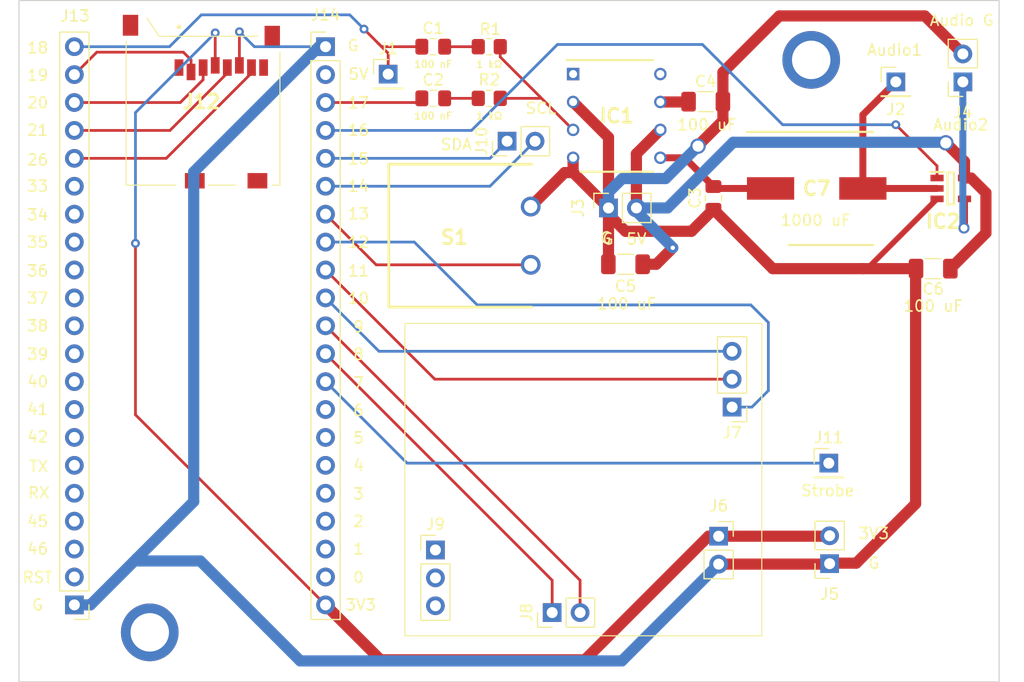
<source format=kicad_pcb>
(kicad_pcb (version 20211014) (generator pcbnew)
  (layers (0 "F.Cu" signal) (31 "B.Cu" signal) (34 "B.Paste" user) (35 "F.Paste" user) (36 "B.SilkS" user "B.Silkscreen") (37 "F.SilkS" user "F.Silkscreen") (38 "B.Mask" user) (39 "F.Mask" user) (44 "Edge.Cuts" user))
  (net 0 "")
  (net 1 "Net-(C1-Pad2)")
  (net 2 "Net-(C2-Pad2)")
  (net 3 "GND")
  (net 4 "Net-(C3-Pad2)")
  (net 5 "Net-(C4-Pad1)")
  (net 6 "/5V_DC")
  (net 7 "Net-(C7-Pad2)")
  (net 9 "Net-(IC1-Pad3)")
  (net 11 "/Speaker_switch_dsig")
  (net 12 "Net-(J4-Pad1)")
  (net 13 "/3.3V_DC")
  (net 14 "/SPI_COPI")
  (net 15 "/SPI_CLK")
  (net 16 "/PDET")
  (net 17 "/TDET")
  (net 18 "/SPI_CS")
  (net 19 "/DIV_O")
  (net 20 "/IFQ")
  (net 21 "/IFI")
  (net 22 "/I2C_SDA")
  (net 23 "/I2C_SCL")
  (net 24 "/STROBE_OUT")
  (net 30 "Net-(J14-Pad13)")
  (net 49 "/Microcontroller_audio_asig_R")
  (net 56 "/SD_CS")
  (net 57 "/SD_COPI")
  (net 58 "/SD_CLK")
  (net 59 "/SD_CIPO")
  (net 60 "/Microcontroller_audio_asig_L")
  (footprint "SamacSys_Parts:GPTS203211B" (layer "F.Cu") (at 105.854 71.4)
    (fp_text reference "S1" (at -7.033 0.148) (layer "F.SilkS") (effects (font (size 1.27 1.27) (thickness 0.254))))
    (fp_text value "GPTS203211B" hide)
    (fp_line (start -13 6.5) (end 0 6.5) (layer "F.SilkS") (width 0.254))
    (fp_line (start 0 -6.5) (end -13 -6.5) (layer "F.SilkS") (width 0.254))
    (fp_line (start -13 -6.5) (end -13 6.5) (layer "F.SilkS") (width 0.254))
    (pad "1" thru_hole circle locked (at -0.081 2.65) (size 1.8 1.8) (drill 1.2) (layers *.Cu *.Mask) (net 30 "Net-(J14-Pad13)"))
    (pad "2" thru_hole circle locked (at -0.081 -2.65) (size 1.8 1.8) (drill 1.2) (layers *.Cu *.Mask) (net 3 "GND"))
  )
  (footprint "Connector_PinHeader_2.54mm:PinHeader_1x21_P2.54mm_Vertical" (layer "F.Cu") (at 64.24 105 180)
    (fp_text reference "J13" (at -0.06 53.6) (layer "F.SilkS"))
    (fp_text value "Conn_01x21_Male")
    (fp_line (start -1.33 -1.33) (end 0 -1.33) (layer "F.SilkS") (width 0.12))
    (fp_line (start -1.33 0) (end -1.33 -1.33) (layer "F.SilkS") (width 0.12))
    (fp_line (start -1.33 52.13) (end 1.33 52.13) (layer "F.SilkS") (width 0.12))
    (fp_line (start 1.33 1.27) (end 1.33 52.13) (layer "F.SilkS") (width 0.12))
    (fp_line (start -1.33 1.27) (end 1.33 1.27) (layer "F.SilkS") (width 0.12))
    (fp_line (start -1.33 1.27) (end -1.33 52.13) (layer "F.SilkS") (width 0.12))
    (pad "18" thru_hole oval (at 0 50.8 180) (size 1.7 1.7) (drill 1) (layers *.Cu *.Mask) (net 49 "/Microcontroller_audio_asig_R"))
    (pad "19" thru_hole oval (at 0 48.26 180) (size 1.7 1.7) (drill 1) (layers *.Cu *.Mask) (net 56 "/SD_CS"))
    (pad "20" thru_hole oval (at 0 45.72 180) (size 1.7 1.7) (drill 1) (layers *.Cu *.Mask) (net 57 "/SD_COPI"))
    (pad "21" thru_hole oval (at 0 43.18 180) (size 1.7 1.7) (drill 1) (layers *.Cu *.Mask) (net 58 "/SD_CLK"))
    (pad "26" thru_hole oval (at 0 40.64 180) (size 1.7 1.7) (drill 1) (layers *.Cu *.Mask) (net 59 "/SD_CIPO"))
    (pad "33" thru_hole oval (at 0 38.1 180) (size 1.7 1.7) (drill 1) (layers *.Cu *.Mask))
    (pad "34" thru_hole oval (at 0 35.56 180) (size 1.7 1.7) (drill 1) (layers *.Cu *.Mask))
    (pad "35" thru_hole oval (at 0 33.02 180) (size 1.7 1.7) (drill 1) (layers *.Cu *.Mask))
    (pad "36" thru_hole oval (at 0 30.48 180) (size 1.7 1.7) (drill 1) (layers *.Cu *.Mask))
    (pad "37" thru_hole oval (at 0 27.94 180) (size 1.7 1.7) (drill 1) (layers *.Cu *.Mask))
    (pad "38" thru_hole oval (at 0 25.4 180) (size 1.7 1.7) (drill 1) (layers *.Cu *.Mask))
    (pad "39" thru_hole oval (at 0 22.86 180) (size 1.7 1.7) (drill 1) (layers *.Cu *.Mask))
    (pad "40" thru_hole oval (at 0 20.32 180) (size 1.7 1.7) (drill 1) (layers *.Cu *.Mask))
    (pad "41" thru_hole oval (at 0 17.78 180) (size 1.7 1.7) (drill 1) (layers *.Cu *.Mask))
    (pad "42" thru_hole oval (at 0 15.24 180) (size 1.7 1.7) (drill 1) (layers *.Cu *.Mask))
    (pad "45" thru_hole oval (at 0 7.62 180) (size 1.7 1.7) (drill 1) (layers *.Cu *.Mask))
    (pad "46" thru_hole oval (at 0 5.08 180) (size 1.7 1.7) (drill 1) (layers *.Cu *.Mask))
    (pad "G" thru_hole rect (at 0 0 180) (size 1.7 1.7) (drill 1) (layers *.Cu *.Mask) (net 3 "GND"))
    (pad "RST" thru_hole oval (at 0 2.54 180) (size 1.7 1.7) (drill 1) (layers *.Cu *.Mask))
    (pad "RX" thru_hole oval (at 0 10.16 180) (size 1.7 1.7) (drill 1) (layers *.Cu *.Mask))
    (pad "TX" thru_hole oval (at 0 12.7 270) (size 1.7 1.7) (drill 1) (layers *.Cu *.Mask))
  )
  (footprint "Connector_PinSocket_2.54mm:PinSocket_1x02_P2.54mm_Vertical" (layer "F.Cu") (at 122.875 98.75)
    (fp_text reference "J6" (at 0 -2.77) (layer "F.SilkS"))
    (fp_text value "3.3Vout")
    (fp_line (start -1.33 1.27) (end -1.33 3.87) (layer "F.SilkS") (width 0.12))
    (fp_line (start -1.33 1.27) (end 1.33 1.27) (layer "F.SilkS") (width 0.12))
    (fp_line (start 1.33 -1.33) (end 1.33 0) (layer "F.SilkS") (width 0.12))
    (fp_line (start 1.33 1.27) (end 1.33 3.87) (layer "F.SilkS") (width 0.12))
    (fp_line (start -1.33 3.87) (end 1.33 3.87) (layer "F.SilkS") (width 0.12))
    (fp_line (start 0 -1.33) (end 1.33 -1.33) (layer "F.SilkS") (width 0.12))
    (pad "1" thru_hole rect (at 0 0) (size 1.7 1.7) (drill 1) (layers *.Cu *.Mask) (net 13 "/3.3V_DC"))
    (pad "2" thru_hole oval (at 0 2.54) (size 1.7 1.7) (drill 1) (layers *.Cu *.Mask) (net 3 "GND"))
  )
  (footprint "SamacSys_Parts:290805WBMG" (layer "F.Cu") (at 75.8 59.2)
    (fp_text reference "J12" (at 0 0) (layer "F.SilkS") (effects (font (size 1.27 1.27) (thickness 0.254))))
    (fp_text value "2908-05WB-MG" hide)
    (fp_line (start -3.85 -5.95) (end 5.15 -5.95) (layer "F.SilkS") (width 0.1))
    (fp_line (start 7.15 7.6) (end 6.45 7.6) (layer "F.SilkS") (width 0.1))
    (fp_line (start -4.95 -7.6) (end -3.85 -5.95) (layer "F.SilkS") (width 0.1))
    (fp_line (start -2.04 -6.7) (end -2.04 -6.7) (layer "F.SilkS") (width 0.2))
    (fp_line (start 3.15 7.6) (end 0.65 7.6) (layer "F.SilkS") (width 0.1))
    (fp_line (start -2.35 7.6) (end -6.85 7.6) (layer "F.SilkS") (width 0.1))
    (fp_line (start -6.85 7.6) (end -6.85 -5.5) (layer "F.SilkS") (width 0.1))
    (fp_line (start 7.15 -4.5) (end 7.15 7.6) (layer "F.SilkS") (width 0.1))
    (fp_line (start -2.04 -6.9) (end -2.04 -6.9) (layer "F.SilkS") (width 0.2))
    (fp_arc (start -2.04 -6.7) (mid -2.14 -6.8) (end -2.04 -6.9) (layer "F.SilkS") (width 0.2))
    (fp_arc (start -2.04 -6.9) (mid -1.94 -6.8) (end -2.04 -6.7) (layer "F.SilkS") (width 0.2))
    (pad "1" smd rect locked (at -2.04 -3.1) (size 0.8 1.5) (layers "F.Cu" "F.Paste" "F.Mask"))
    (pad "2" smd rect locked (at -0.94 -2.7) (size 0.8 1.5) (layers "F.Cu" "F.Paste" "F.Mask") (net 56 "/SD_CS"))
    (pad "3" smd rect locked (at 0.16 -3.1) (size 0.8 1.5) (layers "F.Cu" "F.Paste" "F.Mask") (net 57 "/SD_COPI"))
    (pad "4" smd rect locked (at 1.26 -3.3) (size 0.8 1.5) (layers "F.Cu" "F.Paste" "F.Mask") (net 13 "/3.3V_DC"))
    (pad "5" smd rect locked (at 2.36 -3.1) (size 0.8 1.5) (layers "F.Cu" "F.Paste" "F.Mask") (net 58 "/SD_CLK"))
    (pad "6" smd rect locked (at 3.46 -3.3) (size 0.8 1.5) (layers "F.Cu" "F.Paste" "F.Mask") (net 3 "GND"))
    (pad "7" smd rect locked (at 4.56 -3.1) (size 0.8 1.5) (layers "F.Cu" "F.Paste" "F.Mask") (net 59 "/SD_CIPO"))
    (pad "8" smd rect locked (at 5.66 -3.1) (size 0.8 1.5) (layers "F.Cu" "F.Paste" "F.Mask"))
    (pad "MP1" smd rect locked (at 6.45 -5.95) (size 1.4 1.9) (layers "F.Cu" "F.Paste" "F.Mask"))
    (pad "MP2" smd rect locked (at 5.1 7.2 90) (size 1.4 1.8) (layers "F.Cu" "F.Paste" "F.Mask"))
    (pad "MP3" smd rect locked (at -0.6 7.2 90) (size 1.4 1.8) (layers "F.Cu" "F.Paste" "F.Mask"))
    (pad "MP4" smd rect locked (at -6.45 -6.95) (size 1.4 1.9) (layers "F.Cu" "F.Paste" "F.Mask"))
  )
  (footprint "Connector_PinSocket_2.54mm:PinSocket_1x02_P2.54mm_Vertical" (layer "F.Cu") (at 132.975 101.25 180)
    (fp_text reference "J5" (at 0 -2.77) (layer "F.SilkS"))
    (fp_text value "3.3Vin")
    (fp_line (start 0 -1.33) (end 1.33 -1.33) (layer "F.SilkS") (width 0.12))
    (fp_line (start 1.33 -1.33) (end 1.33 0) (layer "F.SilkS") (width 0.12))
    (fp_line (start 1.33 1.27) (end 1.33 3.87) (layer "F.SilkS") (width 0.12))
    (fp_line (start -1.33 3.87) (end 1.33 3.87) (layer "F.SilkS") (width 0.12))
    (fp_line (start -1.33 1.27) (end 1.33 1.27) (layer "F.SilkS") (width 0.12))
    (fp_line (start -1.33 1.27) (end -1.33 3.87) (layer "F.SilkS") (width 0.12))
    (pad "1" thru_hole rect (at 0 0 180) (size 1.7 1.7) (drill 1) (layers *.Cu *.Mask) (net 3 "GND"))
    (pad "2" thru_hole oval (at 0 2.54 180) (size 1.7 1.7) (drill 1) (layers *.Cu *.Mask) (net 13 "/3.3V_DC"))
  )
  (footprint "Connector_PinHeader_2.54mm:PinHeader_1x01_P2.54mm_Vertical" (layer "F.Cu") (at 132.9 92.1)
    (fp_text reference "J11" (at 0 -2.33) (layer "F.SilkS"))
    (fp_text value "Strobe Out")
    (fp_line (start -1.33 1.33) (end 1.33 1.33) (layer "F.SilkS") (width 0.12))
    (fp_line (start -1.33 1.27) (end 1.33 1.27) (layer "F.SilkS") (width 0.12))
    (fp_line (start -1.33 1.27) (end -1.33 1.33) (layer "F.SilkS") (width 0.12))
    (fp_line (start 1.33 1.27) (end 1.33 1.33) (layer "F.SilkS") (width 0.12))
    (fp_line (start -1.33 0) (end -1.33 -1.33) (layer "F.SilkS") (width 0.12))
    (fp_line (start -1.33 -1.33) (end 0 -1.33) (layer "F.SilkS") (width 0.12))
    (pad "1" thru_hole rect (at 0 0) (size 1.7 1.7) (drill 1) (layers *.Cu *.Mask) (net 24 "/STROBE_OUT"))
  )
  (footprint "Connector_PinHeader_2.54mm:PinHeader_1x03_P2.54mm_Vertical" (layer "F.Cu") (at 124.1 87 180)
    (fp_text reference "J7" (at 0 -2.33) (layer "F.SilkS"))
    (fp_text value "SPI_Header")
    (fp_line (start -1.33 1.27) (end 1.33 1.27) (layer "F.SilkS") (width 0.12))
    (fp_line (start -1.33 0) (end -1.33 -1.33) (layer "F.SilkS") (width 0.12))
    (fp_line (start -1.33 -1.33) (end 0 -1.33) (layer "F.SilkS") (width 0.12))
    (fp_line (start 1.33 1.27) (end 1.33 6.41) (layer "F.SilkS") (width 0.12))
    (fp_line (start -1.33 6.41) (end 1.33 6.41) (layer "F.SilkS") (width 0.12))
    (fp_line (start -1.33 1.27) (end -1.33 6.41) (layer "F.SilkS") (width 0.12))
    (pad "1" thru_hole rect (at 0 0 180) (size 1.7 1.7) (drill 1) (layers *.Cu *.Mask) (net 15 "/SPI_CLK"))
    (pad "2" thru_hole oval (at 0 2.54 180) (size 1.7 1.7) (drill 1) (layers *.Cu *.Mask) (net 14 "/SPI_COPI"))
    (pad "3" thru_hole oval (at 0 5.08 180) (size 1.7 1.7) (drill 1) (layers *.Cu *.Mask) (net 18 "/SPI_CS"))
  )
  (footprint "SamacSys_Parts:SOT95P280X145-5N" (layer "F.Cu") (at 144 67.1)
    (fp_text reference "IC2" (at -0.7 3) (layer "F.SilkS") (effects (font (size 1.27 1.27) (thickness 0.254))))
    (fp_text value "TS5A4596DBVR" hide)
    (fp_line (start -0.3 -1.45) (end 0.3 -1.45) (layer "F.SilkS") (width 0.2))
    (fp_line (start 0.3 -1.45) (end 0.3 1.45) (layer "F.SilkS") (width 0.2))
    (fp_line (start -1.85 -1.5) (end -0.65 -1.5) (layer "F.SilkS") (width 0.2))
    (fp_line (start 0.3 1.45) (end -0.3 1.45) (layer "F.SilkS") (width 0.2))
    (fp_line (start -0.3 1.45) (end -0.3 -1.45) (layer "F.SilkS") (width 0.2))
    (pad "1" smd rect locked (at -1.25 -0.95 90) (size 0.6 1.2) (layers "F.Cu" "F.Paste" "F.Mask") (net 11 "/Speaker_switch_dsig"))
    (pad "2" smd rect locked (at -1.25 0 90) (size 0.6 1.2) (layers "F.Cu" "F.Paste" "F.Mask") (net 7 "Net-(C7-Pad2)"))
    (pad "3" smd rect locked (at -1.25 0.95 90) (size 0.6 1.2) (layers "F.Cu" "F.Paste" "F.Mask") (net 3 "GND"))
    (pad "4" smd rect locked (at 1.25 0.95 90) (size 0.6 1.2) (layers "F.Cu" "F.Paste" "F.Mask") (net 12 "Net-(J4-Pad1)"))
    (pad "5" smd rect locked (at 1.25 -0.95 90) (size 0.6 1.2) (layers "F.Cu" "F.Paste" "F.Mask") (net 6 "/5V_DC"))
  )
  (footprint "SamacSys_Parts:CAPAE1030X1050N" (layer "F.Cu") (at 131.8 67.1)
    (fp_text reference "C7" (at 0 0) (layer "F.SilkS") (effects (font (size 1.27 1.27) (thickness 0.254))))
    (fp_text value "1000 u" hide)
    (fp_line (start -6.35 -5.15) (end 5.15 -5.15) (layer "F.SilkS") (width 0.2))
    (fp_line (start -2.575 5.15) (end 5.15 5.15) (layer "F.SilkS") (width 0.2))
    (pad "1" smd rect locked (at -4.2 0 90) (size 2.05 4.3) (layers "F.Cu" "F.Paste" "F.Mask") (net 4 "Net-(C3-Pad2)"))
    (pad "2" smd rect locked (at 4.2 0 90) (size 2.05 4.3) (layers "F.Cu" "F.Paste" "F.Mask") (net 7 "Net-(C7-Pad2)"))
  )
  (footprint "Capacitor_SMD:C_1206_3216Metric_Pad1.33x1.80mm_HandSolder" (layer "F.Cu") (at 121.7 59.2)
    (fp_text reference "C4" (at 0 -1.85) (layer "F.SilkS"))
    (fp_text value "100u")
    (fp_line (start -0.711252 0.91) (end 0.711252 0.91) (layer "F.SilkS") (width 0.12))
    (fp_line (start -0.711252 -0.91) (end 0.711252 -0.91) (layer "F.SilkS") (width 0.12))
    (pad "1" smd roundrect (at -1.5625 0) (size 1.325 1.8) (layers "F.Cu" "F.Paste" "F.Mask") (roundrect_rratio 0.1886792453) (net 5 "Net-(C4-Pad1)"))
    (pad "2" smd roundrect (at 1.5625 0) (size 1.325 1.8) (layers "F.Cu" "F.Paste" "F.Mask") (roundrect_rratio 0.1886792453) (net 3 "GND"))
  )
  (footprint "Connector_PinHeader_2.54mm:PinHeader_1x02_P2.54mm_Vertical" (layer "F.Cu") (at 103.625 62.8 90)
    (fp_text reference "J10" (at 0 -2.33 90) (layer "F.SilkS"))
    (fp_text value "I2C")
    (fp_line (start -1.33 -1.33) (end 0 -1.33) (layer "F.SilkS") (width 0.12))
    (fp_line (start -1.33 1.27) (end 1.33 1.27) (layer "F.SilkS") (width 0.12))
    (fp_line (start -1.33 1.27) (end -1.33 3.87) (layer "F.SilkS") (width 0.12))
    (fp_line (start -1.33 0) (end -1.33 -1.33) (layer "F.SilkS") (width 0.12))
    (fp_line (start 1.33 1.27) (end 1.33 3.87) (layer "F.SilkS") (width 0.12))
    (fp_line (start -1.33 3.87) (end 1.33 3.87) (layer "F.SilkS") (width 0.12))
    (pad "1" thru_hole rect (at 0 0 90) (size 1.7 1.7) (drill 1) (layers *.Cu *.Mask) (net 22 "/I2C_SDA"))
    (pad "2" thru_hole oval (at 0 2.54 90) (size 1.7 1.7) (drill 1) (layers *.Cu *.Mask) (net 23 "/I2C_SCL"))
  )
  (footprint "Connector_PinSocket_2.54mm:PinSocket_1x02_P2.54mm_Vertical" (layer "F.Cu") (at 145.1 57.4 180)
    (fp_text reference "J4" (at 0 -2.77) (layer "F.SilkS"))
    (fp_text value "Speaker Out 2")
    (fp_line (start 0 -1.33) (end 1.33 -1.33) (layer "F.SilkS") (width 0.12))
    (fp_line (start -1.33 3.87) (end 1.33 3.87) (layer "F.SilkS") (width 0.12))
    (fp_line (start 1.33 -1.33) (end 1.33 0) (layer "F.SilkS") (width 0.12))
    (fp_line (start -1.33 1.27) (end 1.33 1.27) (layer "F.SilkS") (width 0.12))
    (fp_line (start -1.33 1.27) (end -1.33 3.87) (layer "F.SilkS") (width 0.12))
    (fp_line (start 1.33 1.27) (end 1.33 3.87) (layer "F.SilkS") (width 0.12))
    (pad "1" thru_hole rect (at 0 0 180) (size 1.7 1.7) (drill 1) (layers *.Cu *.Mask) (net 12 "Net-(J4-Pad1)"))
    (pad "2" thru_hole oval (at 0 2.54 180) (size 1.7 1.7) (drill 1) (layers *.Cu *.Mask) (net 3 "GND"))
  )
  (footprint "" (layer "F.Cu") (at 71.1 107.5)
    (fp_text reference "" (at 0 0) (layer "F.SilkS") (effects (font (size 1.27 1.27))))
    (fp_text value "" (at 0 0) (layer "F.SilkS") (effects (font (size 1.27 1.27))))
    (pad "MH1" thru_hole circle (at 0 0 90) (size 5.25 5.25) (drill 3.5) (layers *.Cu *.Mask))
  )
  (footprint "Capacitor_SMD:C_0805_2012Metric_Pad1.18x1.45mm_HandSolder" (layer "F.Cu") (at 122.4 67.9625 90)
    (fp_text reference "C3" (at 0 -1.68 90) (layer "F.SilkS"))
    (fp_text value "100n")
    (fp_line (start -0.261252 -0.735) (end 0.261252 -0.735) (layer "F.SilkS") (width 0.12))
    (fp_line (start -0.261252 0.735) (end 0.261252 0.735) (layer "F.SilkS") (width 0.12))
    (pad "1" smd roundrect (at -1.0375 0 90) (size 1.175 1.45) (layers "F.Cu" "F.Paste" "F.Mask") (roundrect_rratio 0.2127659574) (net 3 "GND"))
    (pad "2" smd roundrect (at 1.0375 0 90) (size 1.175 1.45) (layers "F.Cu" "F.Paste" "F.Mask") (roundrect_rratio 0.2127659574) (net 4 "Net-(C3-Pad2)"))
  )
  (footprint "Capacitor_SMD:C_0805_2012Metric_Pad1.18x1.45mm_HandSolder" (layer "F.Cu") (at 96.9 54.2)
    (fp_text reference "C1" (at 0 -1.68) (layer "F.SilkS"))
    (fp_text value "100n")
    (fp_line (start -0.261252 0.735) (end 0.261252 0.735) (layer "F.SilkS") (width 0.12))
    (fp_line (start -0.261252 -0.735) (end 0.261252 -0.735) (layer "F.SilkS") (width 0.12))
    (pad "1" smd roundrect (at -1.0375 0) (size 1.175 1.45) (layers "F.Cu" "F.Paste" "F.Mask") (roundrect_rratio 0.2127659574) (net 49 "/Microcontroller_audio_asig_R"))
    (pad "2" smd roundrect (at 1.0375 0) (size 1.175 1.45) (layers "F.Cu" "F.Paste" "F.Mask") (roundrect_rratio 0.2127659574) (net 1 "Net-(C1-Pad2)"))
  )
  (footprint "Capacitor_SMD:C_1206_3216Metric_Pad1.33x1.80mm_HandSolder" (layer "F.Cu") (at 142.4 74.4 180)
    (fp_text reference "C6" (at 0 -1.85) (layer "F.SilkS"))
    (fp_text value "100u")
    (fp_line (start -0.711252 -0.91) (end 0.711252 -0.91) (layer "F.SilkS") (width 0.12))
    (fp_line (start -0.711252 0.91) (end 0.711252 0.91) (layer "F.SilkS") (width 0.12))
    (pad "1" smd roundrect (at -1.5625 0 180) (size 1.325 1.8) (layers "F.Cu" "F.Paste" "F.Mask") (roundrect_rratio 0.1886792453) (net 6 "/5V_DC"))
    (pad "2" smd roundrect (at 1.5625 0 180) (size 1.325 1.8) (layers "F.Cu" "F.Paste" "F.Mask") (roundrect_rratio 0.1886792453) (net 3 "GND"))
  )
  (footprint "Connector_PinHeader_2.54mm:PinHeader_1x02_P2.54mm_Vertical" (layer "F.Cu") (at 107.724956 105.7 90)
    (fp_text reference "J8" (at 0 -2.33 90) (layer "F.SilkS"))
    (fp_text value "Digital_Inputs")
    (fp_line (start -1.33 3.87) (end 1.33 3.87) (layer "F.SilkS") (width 0.12))
    (fp_line (start -1.33 1.27) (end -1.33 3.87) (layer "F.SilkS") (width 0.12))
    (fp_line (start -1.33 -1.33) (end 0 -1.33) (layer "F.SilkS") (width 0.12))
    (fp_line (start -1.33 0) (end -1.33 -1.33) (layer "F.SilkS") (width 0.12))
    (fp_line (start -1.33 1.27) (end 1.33 1.27) (layer "F.SilkS") (width 0.12))
    (fp_line (start 1.33 1.27) (end 1.33 3.87) (layer "F.SilkS") (width 0.12))
    (pad "1" thru_hole rect (at 0 0 90) (size 1.7 1.7) (drill 1) (layers *.Cu *.Mask) (net 17 "/TDET"))
    (pad "2" thru_hole oval (at 0 2.54 90) (size 1.7 1.7) (drill 1) (layers *.Cu *.Mask) (net 16 "/PDET"))
  )
  (footprint "Connector_PinSocket_2.54mm:PinSocket_1x02_P2.54mm_Vertical" (layer "F.Cu") (at 112.85 68.875 90)
    (fp_text reference "J3" (at 0 -2.77 90) (layer "F.SilkS"))
    (fp_text value "5V_In")
    (fp_line (start 1.33 -1.33) (end 1.33 0) (layer "F.SilkS") (width 0.12))
    (fp_line (start -1.33 1.27) (end 1.33 1.27) (layer "F.SilkS") (width 0.12))
    (fp_line (start -1.33 1.27) (end -1.33 3.87) (layer "F.SilkS") (width 0.12))
    (fp_line (start 1.33 1.27) (end 1.33 3.87) (layer "F.SilkS") (width 0.12))
    (fp_line (start -1.33 3.87) (end 1.33 3.87) (layer "F.SilkS") (width 0.12))
    (fp_line (start 0 -1.33) (end 1.33 -1.33) (layer "F.SilkS") (width 0.12))
    (pad "1" thru_hole rect (at 0 0 90) (size 1.7 1.7) (drill 1) (layers *.Cu *.Mask) (net 3 "GND"))
    (pad "2" thru_hole oval (at 0 2.54 90) (size 1.7 1.7) (drill 1) (layers *.Cu *.Mask) (net 6 "/5V_DC"))
  )
  (footprint "Resistor_SMD:R_0805_2012Metric_Pad1.20x1.40mm_HandSolder" (layer "F.Cu") (at 102 58.9 180)
    (fp_text reference "R2" (at 0 1.7) (layer "F.SilkS"))
    (fp_text value "1k")
    (fp_line (start -0.227064 0.735) (end 0.227064 0.735) (layer "F.SilkS") (width 0.12))
    (fp_line (start -0.227064 -0.735) (end 0.227064 -0.735) (layer "F.SilkS") (width 0.12))
    (pad "1" smd roundrect (at -1 0 180) (size 1.2 1.4) (layers "F.Cu" "F.Paste" "F.Mask") (roundrect_rratio 0.2083333333) (net 9 "Net-(IC1-Pad3)"))
    (pad "2" smd roundrect (at 1 0 180) (size 1.2 1.4) (layers "F.Cu" "F.Paste" "F.Mask") (roundrect_rratio 0.2083333333) (net 2 "Net-(C2-Pad2)"))
  )
  (footprint "Connector_PinHeader_2.54mm:PinHeader_1x01_P2.54mm_Vertical" (layer "F.Cu") (at 92.8 56.7)
    (fp_text reference "J1" (at 0 -2.33) (layer "F.SilkS"))
    (fp_text value "Speaker Out .5")
    (fp_line (start -1.33 1.33) (end 1.33 1.33) (layer "F.SilkS") (width 0.12))
    (fp_line (start -1.33 0) (end -1.33 -1.33) (layer "F.SilkS") (width 0.12))
    (fp_line (start 1.33 1.27) (end 1.33 1.33) (layer "F.SilkS") (width 0.12))
    (fp_line (start -1.33 -1.33) (end 0 -1.33) (layer "F.SilkS") (width 0.12))
    (fp_line (start -1.33 1.27) (end 1.33 1.27) (layer "F.SilkS") (width 0.12))
    (fp_line (start -1.33 1.27) (end -1.33 1.33) (layer "F.SilkS") (width 0.12))
    (pad "1" thru_hole rect (at 0 0) (size 1.7 1.7) (drill 1) (layers *.Cu *.Mask) (net 49 "/Microcontroller_audio_asig_R"))
  )
  (footprint "SamacSys_Parts:DIP794W53P254L959H508Q8N" (layer "F.Cu") (at 113.6 60.5)
    (fp_text reference "IC1" (at 0 0) (layer "F.SilkS") (effects (font (size 1.27 1.27) (thickness 0.254))))
    (fp_text value "LM386N-1_NOPB" hide)
    (fp_line (start -3.3 5.08) (end 3.3 5.08) (layer "F.SilkS") (width 0.2))
    (fp_line (start -4.535 -5.08) (end 3.3 -5.08) (layer "F.SilkS") (width 0.2))
    (pad "1" thru_hole rect locked (at -3.97 -3.81) (size 1.13 1.13) (drill 0.73) (layers *.Cu *.Mask))
    (pad "2" thru_hole circle locked (at -3.97 -1.27) (size 1.13 1.13) (drill 0.73) (layers *.Cu *.Mask) (net 3 "GND"))
    (pad "3" thru_hole circle locked (at -3.97 1.27) (size 1.13 1.13) (drill 0.73) (layers *.Cu *.Mask) (net 9 "Net-(IC1-Pad3)"))
    (pad "4" thru_hole circle locked (at -3.97 3.81) (size 1.13 1.13) (drill 0.73) (layers *.Cu *.Mask) (net 3 "GND"))
    (pad "5" thru_hole circle locked (at 3.97 3.81) (size 1.13 1.13) (drill 0.73) (layers *.Cu *.Mask) (net 4 "Net-(C3-Pad2)"))
    (pad "6" thru_hole circle locked (at 3.97 1.27) (size 1.13 1.13) (drill 0.73) (layers *.Cu *.Mask) (net 6 "/5V_DC"))
    (pad "7" thru_hole circle locked (at 3.97 -1.27) (size 1.13 1.13) (drill 0.73) (layers *.Cu *.Mask) (net 5 "Net-(C4-Pad1)"))
    (pad "8" thru_hole circle locked (at 3.97 -3.81) (size 1.13 1.13) (drill 0.73) (layers *.Cu *.Mask))
  )
  (footprint "Capacitor_SMD:C_1206_3216Metric_Pad1.33x1.80mm_HandSolder" (layer "F.Cu") (at 114.4 74)
    (fp_text reference "C5" (at 0 2) (layer "F.SilkS"))
    (fp_text value "100u")
    (fp_line (start -0.711252 -0.91) (end 0.711252 -0.91) (layer "F.SilkS") (width 0.12))
    (fp_line (start -0.711252 0.91) (end 0.711252 0.91) (layer "F.SilkS") (width 0.12))
    (pad "1" smd roundrect (at -1.5625 0) (size 1.325 1.8) (layers "F.Cu" "F.Paste" "F.Mask") (roundrect_rratio 0.1886792453) (net 3 "GND"))
    (pad "2" smd roundrect (at 1.5625 0) (size 1.325 1.8) (layers "F.Cu" "F.Paste" "F.Mask") (roundrect_rratio 0.1886792453) (net 6 "/5V_DC"))
  )
  (footprint "Resistor_SMD:R_0805_2012Metric_Pad1.20x1.40mm_HandSolder" (layer "F.Cu") (at 102 54.2 180)
    (fp_text reference "R1" (at -0.1 1.6) (layer "F.SilkS"))
    (fp_text value "1k")
    (fp_line (start -0.227064 -0.735) (end 0.227064 -0.735) (layer "F.SilkS") (width 0.12))
    (fp_line (start -0.227064 0.735) (end 0.227064 0.735) (layer "F.SilkS") (width 0.12))
    (pad "1" smd roundrect (at -1 0 180) (size 1.2 1.4) (layers "F.Cu" "F.Paste" "F.Mask") (roundrect_rratio 0.2083333333) (net 9 "Net-(IC1-Pad3)"))
    (pad "2" smd roundrect (at 1 0 180) (size 1.2 1.4) (layers "F.Cu" "F.Paste" "F.Mask") (roundrect_rratio 0.2083333333) (net 1 "Net-(C1-Pad2)"))
  )
  (footprint "Connector_PinHeader_2.54mm:PinHeader_1x03_P2.54mm_Vertical" (layer "F.Cu") (at 97.1 100)
    (fp_text reference "J9" (at 0 -2.33) (layer "F.SilkS"))
    (fp_text value "ABB_Outputs")
    (fp_line (start 1.33 1.27) (end 1.33 6.41) (layer "F.SilkS") (width 0.12))
    (fp_line (start -1.33 -1.33) (end 0 -1.33) (layer "F.SilkS") (width 0.12))
    (fp_line (start -1.33 1.27) (end 1.33 1.27) (layer "F.SilkS") (width 0.12))
    (fp_line (start -1.33 1.27) (end -1.33 6.41) (layer "F.SilkS") (width 0.12))
    (fp_line (start -1.33 0) (end -1.33 -1.33) (layer "F.SilkS") (width 0.12))
    (fp_line (start -1.33 6.41) (end 1.33 6.41) (layer "F.SilkS") (width 0.12))
    (pad "1" thru_hole rect (at 0 0) (size 1.7 1.7) (drill 1) (layers *.Cu *.Mask) (net 21 "/IFI"))
    (pad "2" thru_hole oval (at 0 2.54) (size 1.7 1.7) (drill 1) (layers *.Cu *.Mask) (net 20 "/IFQ"))
    (pad "3" thru_hole oval (at 0 5.08) (size 1.7 1.7) (drill 1) (layers *.Cu *.Mask) (net 19 "/DIV_O"))
  )
  (footprint "Capacitor_SMD:C_0805_2012Metric_Pad1.18x1.45mm_HandSolder" (layer "F.Cu") (at 96.9 58.9)
    (fp_text reference "C2" (at 0 -1.68) (layer "F.SilkS"))
    (fp_text value "100n")
    (fp_line (start -0.261252 -0.735) (end 0.261252 -0.735) (layer "F.SilkS") (width 0.12))
    (fp_line (start -0.261252 0.735) (end 0.261252 0.735) (layer "F.SilkS") (width 0.12))
    (pad "1" smd roundrect (at -1.0375 0) (size 1.175 1.45) (layers "F.Cu" "F.Paste" "F.Mask") (roundrect_rratio 0.2127659574) (net 60 "/Microcontroller_audio_asig_L"))
    (pad "2" smd roundrect (at 1.0375 0) (size 1.175 1.45) (layers "F.Cu" "F.Paste" "F.Mask") (roundrect_rratio 0.2127659574) (net 2 "Net-(C2-Pad2)"))
  )
  (footprint "" (layer "F.Cu") (at 131.3 55.4)
    (fp_text reference "" (at 0 0) (layer "F.SilkS") (effects (font (size 1.27 1.27))))
    (fp_text value "" (at 0 0) (layer "F.SilkS") (effects (font (size 1.27 1.27))))
    (pad "MH2" thru_hole circle (at 0 0 90) (size 5.25 5.25) (drill 3.5) (layers *.Cu *.Mask))
  )
  (footprint "Connector_PinHeader_2.54mm:PinHeader_1x01_P2.54mm_Vertical" (layer "F.Cu") (at 139 57.4)
    (fp_text reference "J2" (at 0 2.5) (layer "F.SilkS"))
    (fp_text value "Speaker Out 1")
    (fp_line (start -1.33 -1.33) (end 0 -1.33) (layer "F.SilkS") (width 0.12))
    (fp_line (start 1.33 1.27) (end 1.33 1.33) (layer "F.SilkS") (width 0.12))
    (fp_line (start -1.33 1.27) (end -1.33 1.33) (layer "F.SilkS") (width 0.12))
    (fp_line (start -1.33 0) (end -1.33 -1.33) (layer "F.SilkS") (width 0.12))
    (fp_line (start -1.33 1.27) (end 1.33 1.27) (layer "F.SilkS") (width 0.12))
    (fp_line (start -1.33 1.33) (end 1.33 1.33) (layer "F.SilkS") (width 0.12))
    (pad "1" thru_hole rect (at 0 0) (size 1.7 1.7) (drill 1) (layers *.Cu *.Mask) (net 7 "Net-(C7-Pad2)"))
  )
  (footprint "Connector_PinHeader_2.54mm:PinHeader_1x21_P2.54mm_Vertical" (layer "F.Cu") (at 87.1 54.2)
    (fp_text reference "J14" (at 0 -2.9) (layer "F.SilkS"))
    (fp_text value "Conn_01x21_Male")
    (fp_line (start -1.33 52.13) (end 1.33 52.13) (layer "F.SilkS") (width 0.12))
    (fp_line (start -1.33 1.27) (end 1.33 1.27) (layer "F.SilkS") (width 0.12))
    (fp_line (start -1.33 1.27) (end -1.33 52.13) (layer "F.SilkS") (width 0.12))
    (fp_line (start -1.33 0) (end -1.33 -1.33) (layer "F.SilkS") (width 0.12))
    (fp_line (start -1.33 -1.33) (end 0 -1.33) (layer "F.SilkS") (width 0.12))
    (fp_line (start 1.33 1.27) (end 1.33 52.13) (layer "F.SilkS") (width 0.12))
    (pad "0" thru_hole oval (at 0 48.26) (size 1.7 1.7) (drill 1) (layers *.Cu *.Mask))
    (pad "1" thru_hole oval (at 0 45.72) (size 1.7 1.7) (drill 1) (layers *.Cu *.Mask))
    (pad "2" thru_hole oval (at 0 43.18) (size 1.7 1.7) (drill 1) (layers *.Cu *.Mask))
    (pad "3" thru_hole oval (at 0 40.64) (size 1.7 1.7) (drill 1) (layers *.Cu *.Mask))
    (pad "3V3" thru_hole oval (at 0 50.8) (size 1.7 1.7) (drill 1) (layers *.Cu *.Mask) (net 13 "/3.3V_DC"))
    (pad "4" thru_hole oval (at 0 38.1) (size 1.7 1.7) (drill 1) (layers *.Cu *.Mask))
    (pad "5" thru_hole oval (at 0 35.56) (size 1.7 1.7) (drill 1) (layers *.Cu *.Mask))
    (pad "5V" thru_hole oval (at 0 2.54) (size 1.7 1.7) (drill 1) (layers *.Cu *.Mask))
    (pad "6" thru_hole oval (at 0 33.02) (size 1.7 1.7) (drill 1) (layers *.Cu *.Mask))
    (pad "7" thru_hole oval (at 0 30.48) (size 1.7 1.7) (drill 1) (layers *.Cu *.Mask) (net 24 "/STROBE_OUT"))
    (pad "8" thru_hole oval (at 0 27.94) (size 1.7 1.7) (drill 1) (layers *.Cu *.Mask) (net 17 "/TDET"))
    (pad "9" thru_hole oval (at 0 25.4) (size 1.7 1.7) (drill 1) (layers *.Cu *.Mask) (net 16 "/PDET"))
    (pad "10" thru_hole oval (at 0 22.86) (size 1.7 1.7) (drill 1) (layers *.Cu *.Mask) (net 18 "/SPI_CS"))
    (pad "11" thru_hole oval (at 0 20.32) (size 1.7 1.7) (drill 1) (layers *.Cu *.Mask) (net 14 "/SPI_COPI"))
    (pad "12" thru_hole oval (at 0 17.78) (size 1.7 1.7) (drill 1) (layers *.Cu *.Mask) (net 15 "/SPI_CLK"))
    (pad "13" thru_hole oval (at 0 15.24) (size 1.7 1.7) (drill 1) (layers *.Cu *.Mask) (net 30 "Net-(J14-Pad13)"))
    (pad "14" thru_hole oval (at 0 12.7) (size 1.7 1.7) (drill 1) (layers *.Cu *.Mask) (net 23 "/I2C_SCL"))
    (pad "15" thru_hole oval (at 0 10.16) (size 1.7 1.7) (drill 1) (layers *.Cu *.Mask) (net 22 "/I2C_SDA"))
    (pad "16" thru_hole oval (at 0 7.62) (size 1.7 1.7) (drill 1) (layers *.Cu *.Mask) (net 11 "/Speaker_switch_dsig"))
    (pad "17" thru_hole oval (at 0 5.08) (size 1.7 1.7) (drill 1) (layers *.Cu *.Mask) (net 60 "/Microcontroller_audio_asig_L"))
    (pad "G" thru_hole rect (at 0 0) (size 1.7 1.7) (drill 1) (layers *.Cu *.Mask) (net 3 "GND"))
  )
  (gr_rect (start 94.32 79.388) (end 126.8 107.812) (layer "F.SilkS") (width 0.1) (fill none))
  (gr_rect (start 59.2 50) (end 148.4 112) (layer "Edge.Cuts") (width 0.1) (fill none))
  (gr_text "21" (at 60.9 61.8) (layer "F.SilkS") (effects (font (size 1 1))))
  (gr_text "2" (at 90.1 97.4) (layer "F.SilkS") (effects (font (size 1 1))))
  (gr_text "13" (at 90.1 69.4) (layer "F.SilkS") (effects (font (size 1 1))))
  (gr_text "6" (at 90.1 87.3) (layer "F.SilkS") (effects (font (size 1 1))))
  (gr_text "SDA" (at 99 63.1) (layer "F.SilkS") (effects (font (size 1 1))))
  (gr_text "Audio2" (at 144.9 61.3) (layer "F.SilkS") (effects (font (size 1 1))))
  (gr_text "17" (at 90.1 59.3) (layer "F.SilkS") (effects (font (size 1 1))))
  (gr_text "7" (at 90.1 84.8) (layer "F.SilkS") (effects (font (size 1 1))))
  (gr_text "5V" (at 90.1 56.7) (layer "F.SilkS") (effects (font (size 1 1))))
  (gr_text "15" (at 90.1 64.4) (layer "F.SilkS") (effects (font (size 1 1))))
  (gr_text "8" (at 90.1 82.2) (layer "F.SilkS") (effects (font (size 1 1))))
  (gr_text "3V3" (at 90.3 105) (layer "F.SilkS") (effects (font (size 1 1))))
  (gr_text "G" (at 137 101.2) (layer "F.SilkS") (effects (font (size 1 1))))
  (gr_text "SCL" (at 106.7 59.8) (layer "F.SilkS") (effects (font (size 1 1))))
  (gr_text "20" (at 60.9 59.3) (layer "F.SilkS") (effects (font (size 1 1))))
  (gr_text "9" (at 90.1 79.7) (layer "F.SilkS") (effects (font (size 1 1))))
  (gr_text "100 nF" (at 96.9 55.8) (layer "F.SilkS") (effects (font (size 0.635 0.635) (thickness 0.127))))
  (gr_text "G" (at 60.9 105) (layer "F.SilkS") (effects (font (size 1 1))))
  (gr_text "0" (at 90.1 102.5) (layer "F.SilkS") (effects (font (size 1 1))))
  (gr_text "100 uF" (at 142.4 77.8) (layer "F.SilkS") (effects (font (size 1 1))))
  (gr_text "40" (at 60.9 84.7) (layer "F.SilkS") (effects (font (size 1 1))))
  (gr_text "11" (at 90.1 74.6) (layer "F.SilkS") (effects (font (size 1 1))))
  (gr_text "1 kΩ" (at 102 55.8) (layer "F.SilkS") (effects (font (size 0.635 0.635) (thickness 0.127))))
  (gr_text "3V3" (at 137 98.5) (layer "F.SilkS") (effects (font (size 1 1))))
  (gr_text "TX" (at 61 92.4) (layer "F.SilkS") (effects (font (size 1 1))))
  (gr_text "1 kΩ" (at 102 60.5) (layer "F.SilkS") (effects (font (size 0.635 0.635) (thickness 0.127))))
  (gr_text "Strobe" (at 132.8 94.6) (layer "F.SilkS") (effects (font (size 1 1))))
  (gr_text "100 nF" (at 96.9 60.5) (layer "F.SilkS") (effects (font (size 0.635 0.635) (thickness 0.127))))
  (gr_text "100 uF" (at 121.8 61.3) (layer "F.SilkS") (effects (font (size 1 1))))
  (gr_text "Audio G\n" (at 145 51.8) (layer "F.SilkS") (effects (font (size 1 1))))
  (gr_text "33" (at 60.9 66.9) (layer "F.SilkS") (effects (font (size 1 1))))
  (gr_text "100 uF" (at 114.5 77.6) (layer "F.SilkS") (effects (font (size 1 1))))
  (gr_text "36" (at 60.9 74.6) (layer "F.SilkS") (effects (font (size 1 1))))
  (gr_text "45" (at 60.9 97.4) (layer "F.SilkS") (effects (font (size 1 1))))
  (gr_text "42" (at 60.9 89.7) (layer "F.SilkS") (effects (font (size 1 1))))
  (gr_text "G" (at 112.6 71.6) (layer "F.SilkS") (effects (font (size 1 1))))
  (gr_text "RST" (at 60.9 102.5) (layer "F.SilkS") (effects (font (size 1 1))))
  (gr_text "41" (at 60.9 87.2) (layer "F.SilkS") (effects (font (size 1 1))))
  (gr_text "RX" (at 61 94.8) (layer "F.SilkS") (effects (font (size 1 1))))
  (gr_text "10" (at 90.1 77.1) (layer "F.SilkS") (effects (font (size 1 1))))
  (gr_text "5V" (at 115.4 71.7) (layer "F.SilkS") (effects (font (size 1 1))))
  (gr_text "37" (at 60.9 77.1) (layer "F.SilkS") (effects (font (size 1 1))))
  (gr_text "3" (at 90.1 94.9) (layer "F.SilkS") (effects (font (size 1 1))))
  (gr_text "G" (at 89.6 54.1) (layer "F.SilkS") (effects (font (size 1 1))))
  (gr_text "G" (at 112.8 71.7) (layer "F.SilkS") (effects (font (size 1 1))))
  (gr_text "46" (at 60.9 99.9) (layer "F.SilkS") (effects (font (size 1 1))))
  (gr_text "1" (at 90.1 99.9) (layer "F.SilkS") (effects (font (size 1 1))))
  (gr_text "34" (at 60.9 69.5) (layer "F.SilkS") (effects (font (size 1 1))))
  (gr_text "12" (at 90.1 72) (layer "F.SilkS") (effects (font (size 1 1))))
  (gr_text "19" (at 60.9 56.8) (layer "F.SilkS") (effects (font (size 1 1))))
  (gr_text "35" (at 60.9 72) (layer "F.SilkS") (effects (font (size 1 1))))
  (gr_text "39" (at 60.9 82.2) (layer "F.SilkS") (effects (font (size 1 1))))
  (gr_text "16" (at 90.1 61.8) (layer "F.SilkS") (effects (font (size 1 1))))
  (gr_text "1000 uF" (at 131.7 70) (layer "F.SilkS") (effects (font (size 1 1))))
  (gr_text "38" (at 60.9 79.6) (layer "F.SilkS") (effects (font (size 1 1))))
  (gr_text "18" (at 60.9 54.3) (layer "F.SilkS") (effects (font (size 1 1))))
  (gr_text "4" (at 90.1 92.3) (layer "F.SilkS") (effects (font (size 1 1))))
  (gr_text "Audio1" (at 138.9 54.5) (layer "F.SilkS") (effects (font (size 1 1))))
  (gr_text "14" (at 90.1 66.9) (layer "F.SilkS") (effects (font (size 1 1))))
  (gr_text "5" (at 90.1 89.8) (layer "F.SilkS") (effects (font (size 1 1))))
  (gr_text "26" (at 60.9 64.5) (layer "F.SilkS") (effects (font (size 1 1))))
  (segment (start 97.9375 54.2) (end 101 54.2) (width 0.25) (layer "F.Cu") (net 1))
  (segment (start 97.9375 58.9) (end 101 58.9) (width 0.25) (layer "F.Cu") (net 2))
  (segment (start 123.2625 59.2) (end 123.2625 56.5375) (width 1.016) (layer "F.Cu") (net 3))
  (segment (start 122.875 101.29) (end 132.935 101.29) (width 1.016) (layer "F.Cu") (net 3))
  (segment (start 132.935 101.29) (end 132.975 101.25) (width 0.25) (layer "F.Cu") (net 3))
  (segment (start 128.4 51.4) (end 141.64 51.4) (width 1.016) (layer "F.Cu") (net 3))
  (segment (start 140.8 74.4375) (end 140.8375 74.4) (width 0.25) (layer "F.Cu") (net 3))
  (segment (start 140.7625 74.4) (end 140.8 74.4375) (width 1.016) (layer "F.Cu") (net 3))
  (segment (start 112.85 68.875) (end 112.85 73.9875) (width 1.016) (layer "F.Cu") (net 3))
  (segment (start 108.868 65.655) (end 105.773 68.75) (width 1.016) (layer "F.Cu") (net 3))
  (segment (start 122.4 69) (end 127.8 74.4) (width 1.016) (layer "F.Cu") (net 3))
  (segment (start 141.64 51.4) (end 145.1 54.86) (width 1.016) (layer "F.Cu") (net 3))
  (segment (start 123.2625 60.9375) (end 123.2625 59.2) (width 1.016) (layer "F.Cu") (net 3))
  (segment (start 112.85 69.45) (end 112.85 68.875) (width 0.25) (layer "F.Cu") (net 3))
  (segment (start 109.63 65.655) (end 108.868 65.655) (width 1.016) (layer "F.Cu") (net 3))
  (segment (start 136 74.4) (end 140.7625 74.4) (width 1.016) (layer "F.Cu") (net 3))
  (segment (start 132.975 101.25) (end 133.025 101.2) (width 1.016) (layer "F.Cu") (net 3))
  (segment (start 120.4 71) (end 114.4 71) (width 1.016) (layer "F.Cu") (net 3))
  (segment (start 140.8 95.8) (end 140.8 74.4375) (width 1.016) (layer "F.Cu") (net 3))
  (segment (start 135.4 101.2) (end 140.8 95.8) (width 1.016) (layer "F.Cu") (net 3))
  (segment (start 123.2625 56.5375) (end 128.4 51.4) (width 1.016) (layer "F.Cu") (net 3))
  (segment (start 109.63 65.655) (end 112.85 68.875) (width 1.016) (layer "F.Cu") (net 3))
  (segment (start 109.63 59.23) (end 112.85 62.45) (width 1.016) (layer "F.Cu") (net 3))
  (segment (start 79.26 55.9) (end 79.26 52.84) (width 0.25) (layer "F.Cu") (net 3))
  (segment (start 121 63.2) (end 123.2625 60.9375) (width 1.016) (layer "F.Cu") (net 3))
  (segment (start 133.025 101.2) (end 135.4 101.2) (width 1.016) (layer "F.Cu") (net 3))
  (segment (start 121 63.25) (end 121 63.2) (width 1.016) (layer "F.Cu") (net 3))
  (segment (start 112.85 73.9875) (end 112.8375 74) (width 0.25) (layer "F.Cu") (net 3))
  (segment (start 142.75 68.05) (end 136.4 74.4) (width 0.508) (layer "F.Cu") (net 3))
  (segment (start 127.8 74.4) (end 136 74.4) (width 1.016) (layer "F.Cu") (net 3))
  (segment (start 114.4 71) (end 112.85 69.45) (width 1.016) (layer "F.Cu") (net 3))
  (segment (start 112.85 62.45) (end 112.85 68.875) (width 1.016) (layer "F.Cu") (net 3))
  (segment (start 122.4 69) (end 120.4 71) (width 1.016) (layer "F.Cu") (net 3))
  (segment (start 136.4 74.4) (end 136 74.4) (width 0.25) (layer "F.Cu") (net 3))
  (segment (start 109.63 64.31) (end 109.63 65.655) (width 1.016) (layer "F.Cu") (net 3))
  (via (at 79.26 52.84) (size 0.8) (drill 0.4) (layers "F.Cu" "B.Cu") (net 3))
  (via (at 121 63.25) (size 1.397) (drill 1.016) (layers "F.Cu" "B.Cu") (net 3))
  (segment (start 65.7 105) (end 69.9 100.8) (width 1.016) (layer "B.Cu") (net 3))
  (segment (start 64.24 105) (end 65.7 105) (width 1.016) (layer "B.Cu") (net 3))
  (segment (start 121 63.25) (end 118.05 66.2) (width 1.016) (layer "B.Cu") (net 3))
  (segment (start 80.62 54.2) (end 87.1 54.2) (width 0.25) (layer "B.Cu") (net 3))
  (segment (start 86.5 54.2) (end 87.1 54.2) (width 1.016) (layer "B.Cu") (net 3))
  (segment (start 114.065 110.1) (end 84.8 110.1) (width 1.016) (layer "B.Cu") (net 3))
  (segment (start 112.85 67.45) (end 112.85 68.875) (width 1.016) (layer "B.Cu") (net 3))
  (segment (start 75.1 95.6) (end 75.1 65.6) (width 1.016) (layer "B.Cu") (net 3))
  (segment (start 69.9 100.8) (end 75.1 95.6) (width 1.016) (layer "B.Cu") (net 3))
  (segment (start 122.875 101.29) (end 114.065 110.1) (width 1.016) (layer "B.Cu") (net 3))
  (segment (start 79.26 52.84) (end 80.62 54.2) (width 0.25) (layer "B.Cu") (net 3))
  (segment (start 114.1 66.2) (end 112.85 67.45) (width 1.016) (layer "B.Cu") (net 3))
  (segment (start 75.7 101) (end 70.1 101) (width 1.016) (layer "B.Cu") (net 3))
  (segment (start 75.1 65.6) (end 86.5 54.2) (width 1.016) (layer "B.Cu") (net 3))
  (segment (start 84.8 110.1) (end 75.7 101) (width 1.016) (layer "B.Cu") (net 3))
  (segment (start 118.05 66.2) (end 114.1 66.2) (width 1.016) (layer "B.Cu") (net 3))
  (segment (start 70.1 101) (end 69.9 100.8) (width 1.016) (layer "B.Cu") (net 3))
  (segment (start 117.57 64.31) (end 119.785 64.31) (width 0.635) (layer "F.Cu") (net 4))
  (segment (start 119.785 64.31) (end 122.4 66.925) (width 0.635) (layer "F.Cu") (net 4))
  (segment (start 122.575 67.1) (end 127.6 67.1) (width 0.635) (layer "F.Cu") (net 4))
  (segment (start 122.4 66.925) (end 122.575 67.1) (width 0.25) (layer "F.Cu") (net 4))
  (segment (start 120.1075 59.23) (end 120.1375 59.2) (width 0.25) (layer "F.Cu") (net 5))
  (segment (start 117.57 59.23) (end 120.1075 59.23) (width 1.016) (layer "F.Cu") (net 5))
  (segment (start 117.2 74) (end 118.7 72.5) (width 1.016) (layer "F.Cu") (net 6))
  (segment (start 147.2 71.1625) (end 147.2 67.5) (width 1.016) (layer "F.Cu") (net 6))
  (segment (start 115.9625 74) (end 117.2 74) (width 1.016) (layer "F.Cu") (net 6))
  (segment (start 145.25 66.15) (end 145.25 64.65) (width 1.016) (layer "F.Cu") (net 6))
  (segment (start 147.2 67.5) (end 145.85 66.15) (width 1.016) (layer "F.Cu") (net 6))
  (segment (start 143.9625 74.4) (end 146.6 71.7625) (width 1.016) (layer "F.Cu") (net 6))
  (segment (start 115.39 68.875) (end 115.39 63.95) (width 1.016) (layer "F.Cu") (net 6))
  (segment (start 146.6 71.7625) (end 147.2 71.1625) (width 1.016) (layer "F.Cu") (net 6))
  (segment (start 115.39 63.95) (end 117.57 61.77) (width 1.016) (layer "F.Cu") (net 6))
  (segment (start 145.85 66.15) (end 145.25 66.15) (width 1.016) (layer "F.Cu") (net 6))
  (segment (start 145.25 64.65) (end 143.55 62.95) (width 1.016) (layer "F.Cu") (net 6))
  (via (at 118.7 72.5) (size 0.8) (drill 0.4) (layers "F.Cu" "B.Cu") (net 6))
  (via (at 143.55 62.95) (size 1.397) (drill 1.016) (layers "F.Cu" "B.Cu") (net 6))
  (segment (start 115.39 68.875) (end 118.225 68.875) (width 1.016) (layer "B.Cu") (net 6))
  (segment (start 115.39 68.875) (end 115.39 69.19) (width 1.016) (layer "B.Cu") (net 6))
  (segment (start 143.5 62.9) (end 143.55 62.95) (width 0.25) (layer "B.Cu") (net 6))
  (segment (start 124.2 62.9) (end 143.5 62.9) (width 1.016) (layer "B.Cu") (net 6))
  (segment (start 115.39 69.19) (end 118.7 72.5) (width 1.016) (layer "B.Cu") (net 6))
  (segment (start 118.225 68.875) (end 124.2 62.9) (width 1.016) (layer "B.Cu") (net 6))
  (segment (start 136 60.4) (end 139 57.4) (width 0.635) (layer "F.Cu") (net 7))
  (segment (start 136 67.1) (end 142.75 67.1) (width 0.635) (layer "F.Cu") (net 7))
  (segment (start 136 67.1) (end 136 60.4) (width 0.635) (layer "F.Cu") (net 7))
  (segment (start 103 55.14) (end 103 54.2) (width 0.25) (layer "F.Cu") (net 9))
  (segment (start 106.76 58.9) (end 103 55.14) (width 0.25) (layer "F.Cu") (net 9))
  (segment (start 106.76 58.9) (end 109.63 61.77) (width 0.25) (layer "F.Cu") (net 9))
  (segment (start 103 58.9) (end 106.76 58.9) (width 0.25) (layer "F.Cu") (net 9))
  (segment (start 142.75 66.15) (end 142.75 65.05) (width 0.25) (layer "F.Cu") (net 11))
  (segment (start 142.75 65.05) (end 139 61.3) (width 0.25) (layer "F.Cu") (net 11))
  (via (at 139 61.3) (size 0.8) (drill 0.4) (layers "F.Cu" "B.Cu") (net 11))
  (segment (start 139 61.3) (end 128.7 61.3) (width 0.25) (layer "B.Cu") (net 11))
  (segment (start 100.38 61.82) (end 87.1 61.82) (width 0.25) (layer "B.Cu") (net 11))
  (segment (start 128.7 61.3) (end 121.4 54) (width 0.25) (layer "B.Cu") (net 11))
  (segment (start 108.2 54) (end 100.38 61.82) (width 0.25) (layer "B.Cu") (net 11))
  (segment (start 121.4 54) (end 108.2 54) (width 0.25) (layer "B.Cu") (net 11))
  (segment (start 145.25 70.65) (end 145.2 70.7) (width 0.25) (layer "F.Cu") (net 12))
  (segment (start 145.25 68.05) (end 145.25 70.65) (width 0.635) (layer "F.Cu") (net 12))
  (via (at 145.2 70.7) (size 1.016) (drill 0.635) (layers "F.Cu" "B.Cu") (net 12))
  (segment (start 145.1 70.6) (end 145.1 57.4) (width 0.635) (layer "B.Cu") (net 12))
  (segment (start 145.2 70.7) (end 145.1 70.6) (width 0.25) (layer "B.Cu") (net 12))
  (segment (start 92.1 110) (end 87.1 105) (width 1.016) (layer "F.Cu") (net 13))
  (segment (start 122.875 98.75) (end 132.915 98.75) (width 1.016) (layer "F.Cu") (net 13))
  (segment (start 121.95 98.75) (end 110.7 110) (width 1.016) (layer "F.Cu") (net 13))
  (segment (start 122.875 98.75) (end 121.95 98.75) (width 1.016) (layer "F.Cu") (net 13))
  (segment (start 77.06 55.9) (end 77.06 52.94) (width 0.25) (layer "F.Cu") (net 13))
  (segment (start 69.8 72.1) (end 69.8 87.7) (width 0.25) (layer "F.Cu") (net 13))
  (segment (start 110.7 110) (end 92.1 110) (width 1.016) (layer "F.Cu") (net 13))
  (segment (start 69.8 87.7) (end 87.1 105) (width 0.25) (layer "F.Cu") (net 13))
  (via (at 77.06 52.94) (size 0.8) (drill 0.4) (layers "F.Cu" "B.Cu") (net 13))
  (via (at 69.8 72.1) (size 0.8) (drill 0.4) (layers "F.Cu" "B.Cu") (net 13))
  (segment (start 69.8 60.2) (end 69.8 72.1) (width 0.25) (layer "B.Cu") (net 13))
  (segment (start 77.06 52.94) (end 69.8 60.2) (width 0.25) (layer "B.Cu") (net 13))
  (segment (start 124.1 84.46) (end 97.04 84.46) (width 0.25) (layer "F.Cu") (net 14))
  (segment (start 97.04 84.46) (end 87.1 74.52) (width 0.25) (layer "F.Cu") (net 14))
  (segment (start 125.8 77.7) (end 127.4 79.3) (width 0.25) (layer "B.Cu") (net 15))
  (segment (start 127.4 85.5) (end 125.9 87) (width 0.25) (layer "B.Cu") (net 15))
  (segment (start 127.4 79.3) (end 127.4 85.5) (width 0.25) (layer "B.Cu") (net 15))
  (segment (start 100.9 77.7) (end 125.8 77.7) (width 0.25) (layer "B.Cu") (net 15))
  (segment (start 125.9 87) (end 124.1 87) (width 0.25) (layer "B.Cu") (net 15))
  (segment (start 95.18 71.98) (end 100.9 77.7) (width 0.25) (layer "B.Cu") (net 15))
  (segment (start 87.1 71.98) (end 95.18 71.98) (width 0.25) (layer "B.Cu") (net 15))
  (segment (start 110.264956 102.764956) (end 110.264956 105.7) (width 0.25) (layer "F.Cu") (net 16))
  (segment (start 87.1 79.6) (end 110.264956 102.764956) (width 0.25) (layer "F.Cu") (net 16))
  (segment (start 87.1 82.14) (end 107.724956 102.764956) (width 0.25) (layer "F.Cu") (net 17))
  (segment (start 107.724956 102.764956) (end 107.724956 105.7) (width 0.25) (layer "F.Cu") (net 17))
  (segment (start 124.1 81.92) (end 91.96 81.92) (width 0.25) (layer "B.Cu") (net 18))
  (segment (start 91.96 81.92) (end 87.1 77.06) (width 0.25) (layer "B.Cu") (net 18))
  (segment (start 102.065 64.36) (end 103.625 62.8) (width 0.25) (layer "B.Cu") (net 22))
  (segment (start 87.1 64.36) (end 102.065 64.36) (width 0.25) (layer "B.Cu") (net 22))
  (segment (start 87.1 66.9) (end 102.065 66.9) (width 0.25) (layer "B.Cu") (net 23))
  (segment (start 102.065 66.9) (end 106.165 62.8) (width 0.25) (layer "B.Cu") (net 23))
  (segment (start 87.1 84.68) (end 94.52 92.1) (width 0.25) (layer "B.Cu") (net 24))
  (segment (start 94.52 92.1) (end 132.9 92.1) (width 0.25) (layer "B.Cu") (net 24))
  (segment (start 105.773 74.05) (end 91.71 74.05) (width 0.25) (layer "F.Cu") (net 30))
  (segment (start 91.71 74.05) (end 87.1 69.44) (width 0.25) (layer "F.Cu") (net 30))
  (segment (start 92.8 54.8) (end 91.85 53.85) (width 0.25) (layer "F.Cu") (net 49))
  (segment (start 90.6 52.6) (end 91.85 53.85) (width 0.25) (layer "F.Cu") (net 49))
  (segment (start 92.2 54.2) (end 92.3 54.2) (width 0.25) (layer "F.Cu") (net 49))
  (segment (start 92.8 56.7) (end 92.8 54.8) (width 0.25) (layer "F.Cu") (net 49))
  (segment (start 91.85 53.85) (end 92.2 54.2) (width 0.25) (layer "F.Cu") (net 49))
  (segment (start 92.3 54.2) (end 95.8625 54.2) (width 0.25) (layer "F.Cu") (net 49))
  (via (at 90.6 52.6) (size 0.8) (drill 0.4) (layers "F.Cu" "B.Cu") (net 49))
  (segment (start 75.8 51.3) (end 89.3 51.3) (width 0.25) (layer "B.Cu") (net 49))
  (segment (start 64.24 54.2) (end 72.9 54.2) (width 0.25) (layer "B.Cu") (net 49))
  (segment (start 72.9 54.2) (end 75.8 51.3) (width 0.25) (layer "B.Cu") (net 49))
  (segment (start 89.3 51.3) (end 90.6 52.6) (width 0.25) (layer "B.Cu") (net 49))
  (segment (start 64.24 56.74) (end 66.28 54.7) (width 0.25) (layer "F.Cu") (net 56))
  (segment (start 66.28 54.7) (end 74.16 54.7) (width 0.25) (layer "F.Cu") (net 56))
  (segment (start 74.16 54.7) (end 74.86 55.4) (width 0.25) (layer "F.Cu") (net 56))
  (segment (start 74.86 55.4) (end 74.86 56.5) (width 0.25) (layer "F.Cu") (net 56))
  (segment (start 75.96 57.2) (end 75.96 56.1) (width 0.25) (layer "F.Cu") (net 57))
  (segment (start 64.24 59.28) (end 73.88 59.28) (width 0.25) (layer "F.Cu") (net 57))
  (segment (start 73.88 59.28) (end 75.96 57.2) (width 0.25) (layer "F.Cu") (net 57))
  (segment (start 64.24 61.82) (end 72.94 61.82) (width 0.25) (layer "F.Cu") (net 58))
  (segment (start 72.94 61.82) (end 78.16 56.6) (width 0.25) (layer "F.Cu") (net 58))
  (segment (start 78.16 56.6) (end 78.16 56.1) (width 0.25) (layer "F.Cu") (net 58))
  (segment (start 72.6 64.36) (end 80.36 56.6) (width 0.25) (layer "F.Cu") (net 59))
  (segment (start 64.24 64.36) (end 72.6 64.36) (width 0.25) (layer "F.Cu") (net 59))
  (segment (start 80.36 56.6) (end 80.36 56.1) (width 0.25) (layer "F.Cu") (net 59))
  (segment (start 95.4825 59.28) (end 95.8625 58.9) (width 0.25) (layer "F.Cu") (net 60))
  (segment (start 87.1 59.28) (end 95.4825 59.28) (width 0.25) (layer "F.Cu") (net 60))
)
</source>
